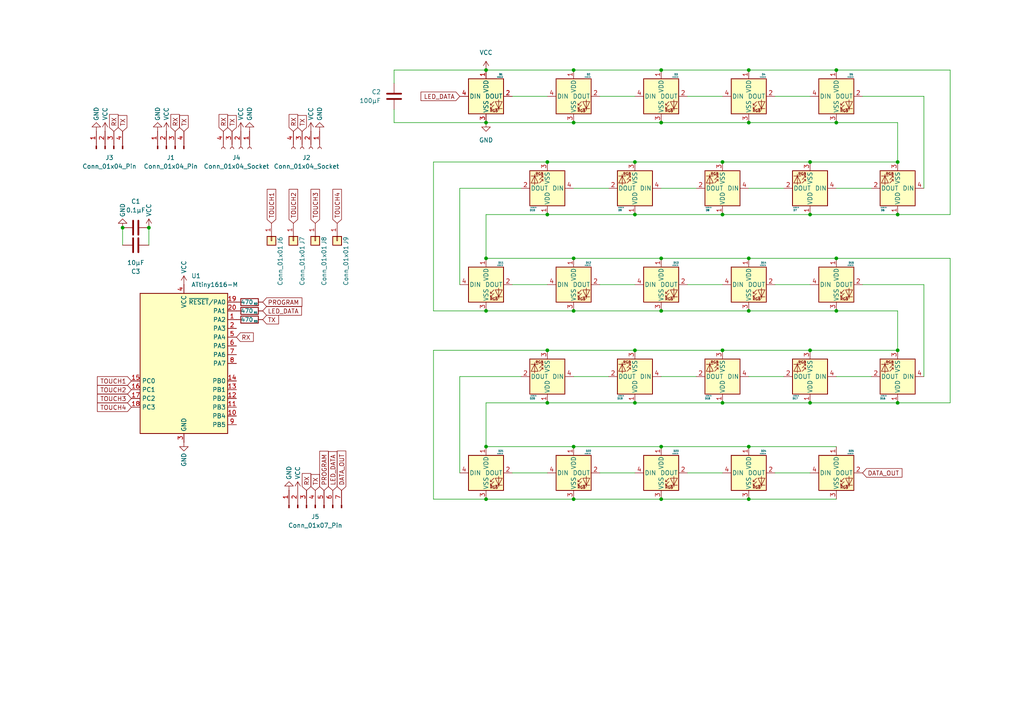
<source format=kicad_sch>
(kicad_sch (version 20250114) (generator "eeschema") (generator_version "9.0")
  (paper "A4")
  (title_block (title "cheetoTile") (company "cheeto industries") (comment 1 "its a cheeto! its a tile!"))
  (lib_symbols
    (symbol "Connector:Conn_01x04_Pin" (pin_names (offset 1.016) (hide yes))
      (property "Reference" "J" (at 0 5.08 0))
      (property "Value" "Conn_01x04_Pin" (at 0 -7.62 0))
      (symbol "Conn_01x04_Pin_1_1"
        (rectangle (start 0.8636 2.667) (end 0 2.413) (stroke (width 0.1524)) (fill (type outline)))
        (rectangle (start 0.8636 0.127) (end 0 -0.127) (stroke (width 0.1524)) (fill (type outline)))
        (rectangle (start 0.8636 -2.413) (end 0 -2.667) (stroke (width 0.1524)) (fill (type outline)))
        (rectangle (start 0.8636 -4.953) (end 0 -5.207) (stroke (width 0.1524)) (fill (type outline)))
        (polyline (pts (xy 1.27 2.54) (xy 0.8636 2.54)) (stroke (width 0.1524)))
        (polyline (pts (xy 1.27 0) (xy 0.8636 0)) (stroke (width 0.1524)))
        (polyline (pts (xy 1.27 -2.54) (xy 0.8636 -2.54)) (stroke (width 0.1524)))
        (polyline (pts (xy 1.27 -5.08) (xy 0.8636 -5.08)) (stroke (width 0.1524)))
        (pin passive line (at 5.08 2.54 180) (length 3.81) (name "Pin_1") (number "1"))
        (pin passive line (at 5.08 0 180) (length 3.81) (name "Pin_2") (number "2"))
        (pin passive line (at 5.08 -2.54 180) (length 3.81) (name "Pin_3") (number "3"))
        (pin passive line (at 5.08 -5.08 180) (length 3.81) (name "Pin_4") (number "4"))
      )
    )
    (symbol "Connector:Conn_01x04_Socket" (pin_names (offset 1.016) (hide yes))
      (property "Reference" "J" (at 0 5.08 0))
      (property "Value" "Conn_01x04_Socket" (at 0 -7.62 0))
      (symbol "Conn_01x04_Socket_1_1"
        (polyline (pts (xy -1.27 2.54) (xy -0.508 2.54)) (stroke (width 0.1524)))
        (polyline (pts (xy -1.27 0) (xy -0.508 0)) (stroke (width 0.1524)))
        (polyline (pts (xy -1.27 -2.54) (xy -0.508 -2.54)) (stroke (width 0.1524)))
        (polyline (pts (xy -1.27 -5.08) (xy -0.508 -5.08)) (stroke (width 0.1524)))
        (arc (start 0 2.032) (mid -0.5058 2.54) (end 0 3.048) (stroke (width 0.1524)))
        (arc (start 0 -0.508) (mid -0.5058 0) (end 0 0.508) (stroke (width 0.1524)))
        (arc (start 0 -3.048) (mid -0.5058 -2.54) (end 0 -2.032) (stroke (width 0.1524)))
        (arc (start 0 -5.588) (mid -0.5058 -5.08) (end 0 -4.572) (stroke (width 0.1524)))
        (pin passive line (at -5.08 2.54 0) (length 3.81) (name "Pin_1") (number "1"))
        (pin passive line (at -5.08 0 0) (length 3.81) (name "Pin_2") (number "2"))
        (pin passive line (at -5.08 -2.54 0) (length 3.81) (name "Pin_3") (number "3"))
        (pin passive line (at -5.08 -5.08 0) (length 3.81) (name "Pin_4") (number "4"))
      )
    )
    (symbol "Connector:Conn_01x07_Pin" (pin_names (offset 1.016) (hide yes))
      (property "Reference" "J" (at 0 10.16 0))
      (property "Value" "Conn_01x07_Pin" (at 0 -10.16 0))
      (symbol "Conn_01x07_Pin_1_1"
        (rectangle (start 0.8636 7.747) (end 0 7.493) (stroke (width 0.1524)) (fill (type outline)))
        (rectangle (start 0.8636 5.207) (end 0 4.953) (stroke (width 0.1524)) (fill (type outline)))
        (rectangle (start 0.8636 2.667) (end 0 2.413) (stroke (width 0.1524)) (fill (type outline)))
        (rectangle (start 0.8636 0.127) (end 0 -0.127) (stroke (width 0.1524)) (fill (type outline)))
        (rectangle (start 0.8636 -2.413) (end 0 -2.667) (stroke (width 0.1524)) (fill (type outline)))
        (rectangle (start 0.8636 -4.953) (end 0 -5.207) (stroke (width 0.1524)) (fill (type outline)))
        (rectangle (start 0.8636 -7.493) (end 0 -7.747) (stroke (width 0.1524)) (fill (type outline)))
        (polyline (pts (xy 1.27 7.62) (xy 0.8636 7.62)) (stroke (width 0.1524)))
        (polyline (pts (xy 1.27 5.08) (xy 0.8636 5.08)) (stroke (width 0.1524)))
        (polyline (pts (xy 1.27 2.54) (xy 0.8636 2.54)) (stroke (width 0.1524)))
        (polyline (pts (xy 1.27 0) (xy 0.8636 0)) (stroke (width 0.1524)))
        (polyline (pts (xy 1.27 -2.54) (xy 0.8636 -2.54)) (stroke (width 0.1524)))
        (polyline (pts (xy 1.27 -5.08) (xy 0.8636 -5.08)) (stroke (width 0.1524)))
        (polyline (pts (xy 1.27 -7.62) (xy 0.8636 -7.62)) (stroke (width 0.1524)))
        (pin passive line (at 5.08 7.62 180) (length 3.81) (name "Pin_1") (number "1"))
        (pin passive line (at 5.08 5.08 180) (length 3.81) (name "Pin_2") (number "2"))
        (pin passive line (at 5.08 2.54 180) (length 3.81) (name "Pin_3") (number "3"))
        (pin passive line (at 5.08 0 180) (length 3.81) (name "Pin_4") (number "4"))
        (pin passive line (at 5.08 -2.54 180) (length 3.81) (name "Pin_5") (number "5"))
        (pin passive line (at 5.08 -5.08 180) (length 3.81) (name "Pin_6") (number "6"))
        (pin passive line (at 5.08 -7.62 180) (length 3.81) (name "Pin_7") (number "7"))
      )
    )
    (symbol "Connector_Generic:Conn_01x01" (pin_names (offset 1.016) (hide yes))
      (property "Reference" "J" (at 0 2.54 0))
      (property "Value" "Conn_01x01" (at 0 -2.54 0))
      (symbol "Conn_01x01_1_1"
        (rectangle (start -1.27 1.27) (end 1.27 -1.27) (stroke (width 0.254)) (fill (type background)))
        (rectangle (start -1.27 0.127) (end 0 -0.127) (stroke (width 0.1524)))
        (pin passive line (at -5.08 0 0) (length 3.81) (name "Pin_1") (number "1"))
      )
    )
    (symbol "Device:C" (pin_numbers (hide yes)) (pin_names (offset 0.254))
      (property "Reference" "C" (at 0.635 2.54 0))
      (property "Value" "C" (at 0.635 -2.54 0))
      (symbol "C_0_1"
        (polyline (pts (xy -2.032 0.762) (xy 2.032 0.762)) (stroke (width 0.508)))
        (polyline (pts (xy -2.032 -0.762) (xy 2.032 -0.762)) (stroke (width 0.508)))
      )
      (symbol "C_1_1"
        (pin passive line (at 0 3.81 270) (length 2.794) (name "~") (number "1"))
        (pin passive line (at 0 -3.81 90) (length 2.794) (name "~") (number "2"))
      )
    )
    (symbol "Device:R" (pin_numbers (hide yes)) (pin_names (offset 0))
      (property "Reference" "R" (at 2.032 0 90))
      (property "Value" "R" (at 0 0 90))
      (symbol "R_0_1"
        (rectangle (start -1.016 -2.54) (end 1.016 2.54) (stroke (width 0.254)))
      )
      (symbol "R_1_1"
        (pin passive line (at 0 3.81 270) (length 1.27) (name "~") (number "1"))
        (pin passive line (at 0 -3.81 90) (length 1.27) (name "~") (number "2"))
      )
    )
    (symbol "LED:WS2812B" (pin_names (offset 0.254))
      (property "Reference" "D" (at 5.08 5.715 0))
      (property "Value" "WS2812B" (at 1.27 -5.715 0))
      (symbol "WS2812B_0_0"
        (text "RGB" (at 2.286 -4.191 0) (effects (font (size 0.762 0.762))))
      )
      (symbol "WS2812B_0_1"
        (polyline (pts (xy 1.27 -2.54) (xy 1.778 -2.54)))
        (polyline (pts (xy 1.27 -3.556) (xy 1.778 -3.556)))
        (polyline (pts (xy 2.286 -1.524) (xy 1.27 -2.54) (xy 1.27 -2.032)))
        (polyline (pts (xy 2.286 -2.54) (xy 1.27 -3.556) (xy 1.27 -3.048)))
        (polyline (pts (xy 3.683 -1.016) (xy 3.683 -3.556) (xy 3.683 -4.064)))
        (polyline (pts (xy 4.699 -1.524) (xy 2.667 -1.524) (xy 3.683 -3.556) (xy 4.699 -1.524)))
        (polyline (pts (xy 4.699 -3.556) (xy 2.667 -3.556)))
        (rectangle (start 5.08 5.08) (end -5.08 -5.08) (stroke (width 0.254)) (fill (type background)))
      )
      (symbol "WS2812B_1_1"
        (pin input line (at -7.62 0 0) (length 2.54) (name "DIN") (number "4"))
        (pin power_in line (at 0 7.62 270) (length 2.54) (name "VDD") (number "1"))
        (pin power_in line (at 0 -7.62 90) (length 2.54) (name "VSS") (number "3"))
        (pin output line (at 7.62 0 180) (length 2.54) (name "DOUT") (number "2"))
      )
    )
    (symbol "MCU_Microchip_ATtiny:ATtiny1616-M"
      (property "Reference" "U" (at -12.7 21.59 0))
      (property "Value" "ATtiny1616-M" (at 2.54 -21.59 0))
      (symbol "ATtiny1616-M_0_1"
        (rectangle (start -12.7 -20.32) (end 12.7 20.32) (stroke (width 0.254)) (fill (type background)))
      )
      (symbol "ATtiny1616-M_1_1"
        (pin bidirectional line (at -15.24 -5.08 0) (length 2.54) (name "PC0") (number "15"))
        (pin bidirectional line (at -15.24 -7.62 0) (length 2.54) (name "PC1") (number "16"))
        (pin bidirectional line (at -15.24 -10.16 0) (length 2.54) (name "PC2") (number "17"))
        (pin bidirectional line (at -15.24 -12.7 0) (length 2.54) (name "PC3") (number "18"))
        (pin power_in line (at 0 22.86 270) (length 2.54) (name "VCC") (number "4"))
        (pin passive line (at 0 -22.86 90) (length 2.54) (hide yes) (name "GND") (number "21"))
        (pin power_in line (at 0 -22.86 90) (length 2.54) (name "GND") (number "3"))
        (pin bidirectional line (at 15.24 17.78 180) (length 2.54) (name "~{RESET}/PA0") (number "19"))
        (pin bidirectional line (at 15.24 15.24 180) (length 2.54) (name "PA1") (number "20"))
        (pin bidirectional line (at 15.24 12.7 180) (length 2.54) (name "PA2") (number "1"))
        (pin bidirectional line (at 15.24 10.16 180) (length 2.54) (name "PA3") (number "2"))
        (pin bidirectional line (at 15.24 7.62 180) (length 2.54) (name "PA4") (number "5"))
        (pin bidirectional line (at 15.24 5.08 180) (length 2.54) (name "PA5") (number "6"))
        (pin bidirectional line (at 15.24 2.54 180) (length 2.54) (name "PA6") (number "7"))
        (pin bidirectional line (at 15.24 0 180) (length 2.54) (name "PA7") (number "8"))
        (pin bidirectional line (at 15.24 -5.08 180) (length 2.54) (name "PB0") (number "14"))
        (pin bidirectional line (at 15.24 -7.62 180) (length 2.54) (name "PB1") (number "13"))
        (pin bidirectional line (at 15.24 -10.16 180) (length 2.54) (name "PB2") (number "12"))
        (pin bidirectional line (at 15.24 -12.7 180) (length 2.54) (name "PB3") (number "11"))
        (pin bidirectional line (at 15.24 -15.24 180) (length 2.54) (name "PB4") (number "10"))
        (pin bidirectional line (at 15.24 -17.78 180) (length 2.54) (name "PB5") (number "9"))
      )
    )
    (symbol "power:GND" (power) (pin_numbers (hide yes)) (pin_names (offset 0) (hide yes))
      (property "Value" "GND" (at 0 -3.81 0))
      (symbol "GND_0_1"
        (polyline (pts (xy 0 0) (xy 0 -1.27) (xy 1.27 -1.27) (xy 0 -2.54) (xy -1.27 -1.27) (xy 0 -1.27)))
      )
      (symbol "GND_1_1"
        (pin power_in line (at 0 0 270) (length 0) (name "~") (number "1"))
      )
    )
    (symbol "power:VCC" (power) (pin_numbers (hide yes)) (pin_names (offset 0) (hide yes))
      (property "Value" "VCC" (at 0 3.556 0))
      (symbol "VCC_0_1"
        (polyline (pts (xy -0.762 1.27) (xy 0 2.54)))
        (polyline (pts (xy 0 2.54) (xy 0.762 1.27)))
        (polyline (pts (xy 0 0) (xy 0 2.54)))
      )
      (symbol "VCC_1_1"
        (pin power_in line (at 0 0 90) (length 0) (name "~") (number "1"))
      )
    )
  )
  (junction (at 158.75 101.6))
  (junction (at 209.55 101.6))
  (junction (at 35.56 66.04))
  (junction (at 191.77 144.78))
  (junction (at 184.15 62.23))
  (junction (at 166.37 35.56))
  (junction (at 43.18 66.04))
  (junction (at 191.77 90.17))
  (junction (at 260.35 116.84))
  (junction (at 166.37 90.17))
  (junction (at 234.95 46.99))
  (junction (at 140.97 20.32))
  (junction (at 234.95 116.84))
  (junction (at 260.35 101.6))
  (junction (at 209.55 116.84))
  (junction (at 217.17 20.32))
  (junction (at 209.55 62.23))
  (junction (at 140.97 35.56))
  (junction (at 217.17 74.93))
  (junction (at 242.57 35.56))
  (junction (at 140.97 74.93))
  (junction (at 234.95 101.6))
  (junction (at 158.75 62.23))
  (junction (at 184.15 46.99))
  (junction (at 166.37 144.78))
  (junction (at 217.17 129.54))
  (junction (at 242.57 74.93))
  (junction (at 166.37 74.93))
  (junction (at 260.35 62.23))
  (junction (at 184.15 116.84))
  (junction (at 166.37 129.54))
  (junction (at 158.75 46.99))
  (junction (at 191.77 74.93))
  (junction (at 140.97 129.54))
  (junction (at 242.57 90.17))
  (junction (at 191.77 20.32))
  (junction (at 191.77 35.56))
  (junction (at 158.75 116.84))
  (junction (at 260.35 46.99))
  (junction (at 234.95 62.23))
  (junction (at 191.77 129.54))
  (junction (at 209.55 46.99))
  (junction (at 166.37 20.32))
  (junction (at 140.97 144.78))
  (junction (at 184.15 101.6))
  (junction (at 242.57 20.32))
  (junction (at 217.17 90.17))
  (junction (at 140.97 90.17))
  (junction (at 217.17 35.56))
  (junction (at 217.17 144.78))
  (wire (pts (xy 209.55 46.99) (xy 184.15 46.99)))
  (wire (pts (xy 125.73 144.78) (xy 140.97 144.78)))
  (wire (pts (xy 140.97 90.17) (xy 166.37 90.17)))
  (wire (pts (xy 242.57 74.93) (xy 275.59 74.93)))
  (wire (pts (xy 201.93 109.22) (xy 191.77 109.22)))
  (wire (pts (xy 173.99 82.55) (xy 184.15 82.55)))
  (wire (pts (xy 176.53 109.22) (xy 166.37 109.22)))
  (wire (pts (xy 191.77 74.93) (xy 217.17 74.93)))
  (wire (pts (xy 140.97 35.56) (xy 166.37 35.56)))
  (wire (pts (xy 166.37 144.78) (xy 191.77 144.78)))
  (wire (pts (xy 227.33 109.22) (xy 217.17 109.22)))
  (wire (pts (xy 166.37 20.32) (xy 191.77 20.32)))
  (wire (pts (xy 199.39 137.16) (xy 209.55 137.16)))
  (wire (pts (xy 252.73 109.22) (xy 242.57 109.22)))
  (wire (pts (xy 35.56 66.04) (xy 35.56 71.12)))
  (wire (pts (xy 133.35 54.61) (xy 133.35 82.55)))
  (wire (pts (xy 275.59 116.84) (xy 260.35 116.84)))
  (wire (pts (xy 275.59 62.23) (xy 260.35 62.23)))
  (wire (pts (xy 140.97 20.32) (xy 114.3 20.32)))
  (wire (pts (xy 242.57 35.56) (xy 260.35 35.56)))
  (wire (pts (xy 148.59 137.16) (xy 158.75 137.16)))
  (wire (pts (xy 158.75 62.23) (xy 184.15 62.23)))
  (wire (pts (xy 133.35 109.22) (xy 133.35 137.16)))
  (wire (pts (xy 158.75 62.23) (xy 140.97 62.23)))
  (wire (pts (xy 43.18 66.04) (xy 43.18 71.12)))
  (wire (pts (xy 275.59 20.32) (xy 275.59 62.23)))
  (wire (pts (xy 125.73 46.99) (xy 125.73 90.17)))
  (wire (pts (xy 148.59 82.55) (xy 158.75 82.55)))
  (wire (pts (xy 217.17 74.93) (xy 242.57 74.93)))
  (wire (pts (xy 267.97 82.55) (xy 267.97 109.22)))
  (wire (pts (xy 158.75 116.84) (xy 140.97 116.84)))
  (wire (pts (xy 217.17 144.78) (xy 191.77 144.78)))
  (wire (pts (xy 250.19 27.94) (xy 267.97 27.94)))
  (wire (pts (xy 267.97 27.94) (xy 267.97 54.61)))
  (wire (pts (xy 275.59 74.93) (xy 275.59 116.84)))
  (wire (pts (xy 184.15 62.23) (xy 209.55 62.23)))
  (wire (pts (xy 199.39 82.55) (xy 209.55 82.55)))
  (wire (pts (xy 217.17 90.17) (xy 191.77 90.17)))
  (wire (pts (xy 140.97 129.54) (xy 166.37 129.54)))
  (wire (pts (xy 133.35 109.22) (xy 151.13 109.22)))
  (wire (pts (xy 125.73 101.6) (xy 158.75 101.6)))
  (wire (pts (xy 234.95 62.23) (xy 209.55 62.23)))
  (wire (pts (xy 201.93 54.61) (xy 191.77 54.61)))
  (wire (pts (xy 224.79 137.16) (xy 234.95 137.16)))
  (wire (pts (xy 252.73 54.61) (xy 242.57 54.61)))
  (wire (pts (xy 260.35 35.56) (xy 260.35 46.99)))
  (wire (pts (xy 199.39 27.94) (xy 209.55 27.94)))
  (wire (pts (xy 217.17 129.54) (xy 242.57 129.54)))
  (wire (pts (xy 224.79 27.94) (xy 234.95 27.94)))
  (wire (pts (xy 260.35 90.17) (xy 260.35 101.6)))
  (wire (pts (xy 166.37 74.93) (xy 191.77 74.93)))
  (wire (pts (xy 209.55 116.84) (xy 184.15 116.84)))
  (wire (pts (xy 184.15 101.6) (xy 158.75 101.6)))
  (wire (pts (xy 209.55 101.6) (xy 184.15 101.6)))
  (wire (pts (xy 217.17 35.56) (xy 191.77 35.56)))
  (wire (pts (xy 260.35 101.6) (xy 234.95 101.6)))
  (wire (pts (xy 224.79 82.55) (xy 234.95 82.55)))
  (wire (pts (xy 140.97 116.84) (xy 140.97 129.54)))
  (wire (pts (xy 242.57 20.32) (xy 275.59 20.32)))
  (wire (pts (xy 114.3 31.75) (xy 114.3 35.56)))
  (wire (pts (xy 191.77 129.54) (xy 217.17 129.54)))
  (wire (pts (xy 234.95 116.84) (xy 209.55 116.84)))
  (wire (pts (xy 176.53 54.61) (xy 166.37 54.61)))
  (wire (pts (xy 234.95 101.6) (xy 209.55 101.6)))
  (wire (pts (xy 234.95 46.99) (xy 209.55 46.99)))
  (wire (pts (xy 250.19 82.55) (xy 267.97 82.55)))
  (wire (pts (xy 166.37 35.56) (xy 191.77 35.56)))
  (wire (pts (xy 133.35 54.61) (xy 151.13 54.61)))
  (wire (pts (xy 140.97 144.78) (xy 166.37 144.78)))
  (wire (pts (xy 260.35 116.84) (xy 234.95 116.84)))
  (wire (pts (xy 217.17 144.78) (xy 242.57 144.78)))
  (wire (pts (xy 217.17 35.56) (xy 242.57 35.56)))
  (wire (pts (xy 140.97 74.93) (xy 166.37 74.93)))
  (wire (pts (xy 114.3 20.32) (xy 114.3 24.13)))
  (wire (pts (xy 125.73 46.99) (xy 158.75 46.99)))
  (wire (pts (xy 166.37 90.17) (xy 191.77 90.17)))
  (wire (pts (xy 227.33 54.61) (xy 217.17 54.61)))
  (wire (pts (xy 260.35 46.99) (xy 234.95 46.99)))
  (wire (pts (xy 184.15 46.99) (xy 158.75 46.99)))
  (wire (pts (xy 166.37 129.54) (xy 191.77 129.54)))
  (wire (pts (xy 173.99 137.16) (xy 184.15 137.16)))
  (wire (pts (xy 184.15 116.84) (xy 158.75 116.84)))
  (wire (pts (xy 217.17 90.17) (xy 242.57 90.17)))
  (wire (pts (xy 140.97 20.32) (xy 166.37 20.32)))
  (wire (pts (xy 125.73 90.17) (xy 140.97 90.17)))
  (wire (pts (xy 140.97 62.23) (xy 140.97 74.93)))
  (wire (pts (xy 260.35 62.23) (xy 234.95 62.23)))
  (wire (pts (xy 148.59 27.94) (xy 158.75 27.94)))
  (wire (pts (xy 242.57 90.17) (xy 260.35 90.17)))
  (wire (pts (xy 173.99 27.94) (xy 184.15 27.94)))
  (wire (pts (xy 114.3 35.56) (xy 140.97 35.56)))
  (wire (pts (xy 191.77 20.32) (xy 217.17 20.32)))
  (wire (pts (xy 217.17 20.32) (xy 242.57 20.32)))
  (wire (pts (xy 125.73 101.6) (xy 125.73 144.78)))
  (global_label "TOUCH1" (shape input) (at 78.74 64.77 90) (property "Intersheetrefs" "${INTERSHEET_REFS}" (effects (hide yes))))
  (global_label "TX" (shape input) (at 35.56 38.1 90) (property "Intersheetrefs" "${INTERSHEET_REFS}" (effects (hide yes))))
  (global_label "TOUCH4" (shape input) (at 97.79 64.77 90) (property "Intersheetrefs" "${INTERSHEET_REFS}" (effects (hide yes))))
  (global_label "DATA_OUT" (shape input) (at 99.06 142.24 90) (property "Intersheetrefs" "${INTERSHEET_REFS}" (effects (hide yes))))
  (global_label "LED_DATA" (shape input) (at 133.35 27.94 180) (property "Intersheetrefs" "${INTERSHEET_REFS}" (effects (hide yes))))
  (global_label "DATA_OUT" (shape input) (at 250.19 137.16 0) (property "Intersheetrefs" "${INTERSHEET_REFS}" (effects (hide yes))))
  (global_label "TX" (shape input) (at 53.34 38.1 90) (property "Intersheetrefs" "${INTERSHEET_REFS}" (effects (hide yes))))
  (global_label "TOUCH2" (shape input) (at 38.1 113.03 180) (property "Intersheetrefs" "${INTERSHEET_REFS}" (effects (hide yes))))
  (global_label "TOUCH1" (shape input) (at 38.1 110.49 180) (property "Intersheetrefs" "${INTERSHEET_REFS}" (effects (hide yes))))
  (global_label "TX" (shape input) (at 67.31 38.1 90) (property "Intersheetrefs" "${INTERSHEET_REFS}" (effects (hide yes))))
  (global_label "RX" (shape input) (at 85.09 38.1 90) (property "Intersheetrefs" "${INTERSHEET_REFS}" (effects (hide yes))))
  (global_label "TX" (shape input) (at 87.63 38.1 90) (property "Intersheetrefs" "${INTERSHEET_REFS}" (effects (hide yes))))
  (global_label "PROGRAM" (shape input) (at 76.2 87.63 0) (property "Intersheetrefs" "${INTERSHEET_REFS}" (effects (hide yes))))
  (global_label "PROGRAM" (shape input) (at 93.98 142.24 90) (property "Intersheetrefs" "${INTERSHEET_REFS}" (effects (hide yes))))
  (global_label "TX" (shape input) (at 76.2 92.71 0) (property "Intersheetrefs" "${INTERSHEET_REFS}" (effects (hide yes))))
  (global_label "RX" (shape input) (at 88.9 142.24 90) (property "Intersheetrefs" "${INTERSHEET_REFS}" (effects (hide yes))))
  (global_label "TOUCH4" (shape input) (at 38.1 118.11 180) (property "Intersheetrefs" "${INTERSHEET_REFS}" (effects (hide yes))))
  (global_label "RX" (shape input) (at 50.8 38.1 90) (property "Intersheetrefs" "${INTERSHEET_REFS}" (effects (hide yes))))
  (global_label "TOUCH3" (shape input) (at 38.1 115.57 180) (property "Intersheetrefs" "${INTERSHEET_REFS}" (effects (hide yes))))
  (global_label "TX" (shape input) (at 91.44 142.24 90) (property "Intersheetrefs" "${INTERSHEET_REFS}" (effects (hide yes))))
  (global_label "RX" (shape input) (at 64.77 38.1 90) (property "Intersheetrefs" "${INTERSHEET_REFS}" (effects (hide yes))))
  (global_label "RX" (shape input) (at 33.02 38.1 90) (property "Intersheetrefs" "${INTERSHEET_REFS}" (effects (hide yes))))
  (global_label "LED_DATA" (shape input) (at 96.52 142.24 90) (property "Intersheetrefs" "${INTERSHEET_REFS}" (effects (hide yes))))
  (global_label "RX" (shape input) (at 68.58 97.79 0) (property "Intersheetrefs" "${INTERSHEET_REFS}" (effects (hide yes))))
  (global_label "LED_DATA" (shape input) (at 76.2 90.17 0) (property "Intersheetrefs" "${INTERSHEET_REFS}" (effects (hide yes))))
  (global_label "TOUCH2" (shape input) (at 85.09 64.77 90) (property "Intersheetrefs" "${INTERSHEET_REFS}" (effects (hide yes))))
  (global_label "TOUCH3" (shape input) (at 91.44 64.77 90) (property "Intersheetrefs" "${INTERSHEET_REFS}" (effects (hide yes))))
  (symbol (lib_id "Connector_Generic:Conn_01x01") (at 78.74 69.85 270) (unit 1)
    (property "Reference" "J6" (at 81.28 68.5799 0) (effects (justify left)))
    (property "Value" "Conn_01x01" (at 81.28 71.1199 0) (effects (justify left)))
    (property "Footprint" "TestPoint:TestPoint_Pad_1.0x1.0mm" (effects (hide yes)))
    (property "Description" "Generic connector, single row, 01x01, script generated (kicad-library-utils/schlib/autogen/connector/)" (effects (hide yes)))
  )
  (symbol (lib_id "LED:WS2812B") (at 260.35 54.61 180) (unit 1)
    (property "Reference" "D6" (at 256.032 60.96 0) (effects (font (size 0.508 0.508))))
    (property "Value" "WS2812B" (at 256.286 60.198 0) (effects (font (size 0.254 0.254))))
    (property "Footprint" "LED_SMD:LED_WS2812B_PLCC4_5.0x5.0mm_P3.2mm" (effects (hide yes)))
    (property "Datasheet" "https://cdn-shop.adafruit.com/datasheets/WS2812B.pdf" (effects (hide yes)))
    (property "Description" "RGB LED with integrated controller" (effects (hide yes)))
  )
  (symbol (lib_id "Connector_Generic:Conn_01x01") (at 85.09 69.85 270) (unit 1)
    (property "Reference" "J7" (at 87.63 68.5799 0) (effects (justify left)))
    (property "Value" "Conn_01x01" (at 87.63 71.1199 0) (effects (justify left)))
    (property "Footprint" "TestPoint:TestPoint_Pad_1.0x1.0mm" (effects (hide yes)))
    (property "Description" "Generic connector, single row, 01x01, script generated (kicad-library-utils/schlib/autogen/connector/)" (effects (hide yes)))
  )
  (symbol (lib_id "power:VCC") (at 86.36 142.24 0) (unit 1)
    (property "Reference" "#PWR014" (effects (hide yes)))
    (property "Value" "VCC" (at 86.36 137.16 90))
    (property "Description" "Power symbol creates a global label with name \"VCC\"" (effects (hide yes)))
  )
  (symbol (lib_id "Connector_Generic:Conn_01x01") (at 91.44 69.85 270) (unit 1)
    (property "Reference" "J8" (at 93.98 68.5799 0) (effects (justify left)))
    (property "Value" "Conn_01x01" (at 93.98 71.1199 0) (effects (justify left)))
    (property "Footprint" "TestPoint:TestPoint_Pad_1.0x1.0mm" (effects (hide yes)))
    (property "Description" "Generic connector, single row, 01x01, script generated (kicad-library-utils/schlib/autogen/connector/)" (effects (hide yes)))
  )
  (symbol (lib_id "LED:WS2812B") (at 140.97 82.55 0) (unit 1)
    (property "Reference" "D11" (at 145.288 76.2 0) (effects (font (size 0.508 0.508))))
    (property "Value" "WS2812B" (at 145.034 76.962 0) (effects (font (size 0.254 0.254))))
    (property "Footprint" "LED_SMD:LED_WS2812B_PLCC4_5.0x5.0mm_P3.2mm" (effects (hide yes)))
    (property "Datasheet" "https://cdn-shop.adafruit.com/datasheets/WS2812B.pdf" (effects (hide yes)))
    (property "Description" "RGB LED with integrated controller" (effects (hide yes)))
  )
  (symbol (lib_id "Connector_Generic:Conn_01x01") (at 97.79 69.85 270) (unit 1)
    (property "Reference" "J9" (at 100.33 68.5799 0) (effects (justify left)))
    (property "Value" "Conn_01x01" (at 100.33 71.1199 0) (effects (justify left)))
    (property "Footprint" "TestPoint:TestPoint_Pad_1.0x1.0mm" (effects (hide yes)))
    (property "Description" "Generic connector, single row, 01x01, script generated (kicad-library-utils/schlib/autogen/connector/)" (effects (hide yes)))
  )
  (symbol (lib_id "Device:R") (at 72.39 92.71 90) (unit 1)
    (property "Reference" "R3" (at 74.168 93.218 90) (effects (font (size 0.508 0.508))))
    (property "Value" "470" (at 71.628 92.71 90) (effects (font (size 1.2 1.2))))
    (property "Footprint" "Capacitor_SMD:C_0805_2012Metric_Pad1.18x1.45mm_HandSolder" (effects (hide yes)))
    (property "Description" "Resistor" (effects (hide yes)))
  )
  (symbol (lib_id "LED:WS2812B") (at 217.17 27.94 0) (unit 1)
    (property "Reference" "D4" (at 221.488 21.59 0) (effects (font (size 0.508 0.508))))
    (property "Value" "WS2812B" (at 221.234 22.352 0) (effects (font (size 0.254 0.254))))
    (property "Footprint" "LED_SMD:LED_WS2812B_PLCC4_5.0x5.0mm_P3.2mm" (effects (hide yes)))
    (property "Datasheet" "https://cdn-shop.adafruit.com/datasheets/WS2812B.pdf" (effects (hide yes)))
    (property "Description" "RGB LED with integrated controller" (effects (hide yes)))
  )
  (symbol (lib_id "LED:WS2812B") (at 260.35 109.22 180) (unit 1)
    (property "Reference" "D16" (at 256.032 115.57 0) (effects (font (size 0.508 0.508))))
    (property "Value" "WS2812B" (at 256.286 114.808 0) (effects (font (size 0.254 0.254))))
    (property "Footprint" "LED_SMD:LED_WS2812B_PLCC4_5.0x5.0mm_P3.2mm" (effects (hide yes)))
    (property "Datasheet" "https://cdn-shop.adafruit.com/datasheets/WS2812B.pdf" (effects (hide yes)))
    (property "Description" "RGB LED with integrated controller" (effects (hide yes)))
  )
  (symbol (lib_id "power:VCC") (at 90.17 38.1 0) (mirror y) (unit 1)
    (property "Reference" "#PWR05" (effects (hide yes)))
    (property "Value" "VCC" (at 90.17 33.02 90))
    (property "Description" "Power symbol creates a global label with name \"VCC\"" (effects (hide yes)))
  )
  (symbol (lib_id "Connector:Conn_01x04_Pin") (at 48.26 43.18 90) (unit 1)
    (property "Reference" "J1" (at 49.53 45.72 90))
    (property "Value" "Conn_01x04_Pin" (at 49.53 48.26 90))
    (property "Footprint" "Connector_PinHeader_2.54mm:PinHeader_1x04_P2.54mm_Horizontal" (effects (hide yes)))
    (property "Description" "Generic connector, single row, 01x04, script generated" (effects (hide yes)))
  )
  (symbol (lib_id "LED:WS2812B") (at 184.15 109.22 180) (unit 1)
    (property "Reference" "D19" (at 179.832 115.57 0) (effects (font (size 0.508 0.508))))
    (property "Value" "WS2812B" (at 180.086 114.808 0) (effects (font (size 0.254 0.254))))
    (property "Footprint" "LED_SMD:LED_WS2812B_PLCC4_5.0x5.0mm_P3.2mm" (effects (hide yes)))
    (property "Datasheet" "https://cdn-shop.adafruit.com/datasheets/WS2812B.pdf" (effects (hide yes)))
    (property "Description" "RGB LED with integrated controller" (effects (hide yes)))
  )
  (symbol (lib_id "LED:WS2812B") (at 166.37 137.16 0) (unit 1)
    (property "Reference" "D22" (at 170.688 130.81 0) (effects (font (size 0.508 0.508))))
    (property "Value" "WS2812B" (at 170.434 131.572 0) (effects (font (size 0.254 0.254))))
    (property "Footprint" "LED_SMD:LED_WS2812B_PLCC4_5.0x5.0mm_P3.2mm" (effects (hide yes)))
    (property "Datasheet" "https://cdn-shop.adafruit.com/datasheets/WS2812B.pdf" (effects (hide yes)))
    (property "Description" "RGB LED with integrated controller" (effects (hide yes)))
  )
  (symbol (lib_id "LED:WS2812B") (at 166.37 82.55 0) (unit 1)
    (property "Reference" "D12" (at 170.688 76.2 0) (effects (font (size 0.508 0.508))))
    (property "Value" "WS2812B" (at 170.434 76.962 0) (effects (font (size 0.254 0.254))))
    (property "Footprint" "LED_SMD:LED_WS2812B_PLCC4_5.0x5.0mm_P3.2mm" (effects (hide yes)))
    (property "Datasheet" "https://cdn-shop.adafruit.com/datasheets/WS2812B.pdf" (effects (hide yes)))
    (property "Description" "RGB LED with integrated controller" (effects (hide yes)))
  )
  (symbol (lib_id "power:VCC") (at 140.97 20.32 0) (unit 1)
    (property "Reference" "#PWR011" (effects (hide yes)))
    (property "Value" "VCC" (at 140.97 15.24 0))
    (property "Description" "Power symbol creates a global label with name \"VCC\"" (effects (hide yes)))
  )
  (symbol (lib_id "LED:WS2812B") (at 140.97 137.16 0) (unit 1)
    (property "Reference" "D21" (at 145.288 130.81 0) (effects (font (size 0.508 0.508))))
    (property "Value" "WS2812B" (at 145.034 131.572 0) (effects (font (size 0.254 0.254))))
    (property "Footprint" "LED_SMD:LED_WS2812B_PLCC4_5.0x5.0mm_P3.2mm" (effects (hide yes)))
    (property "Datasheet" "https://cdn-shop.adafruit.com/datasheets/WS2812B.pdf" (effects (hide yes)))
    (property "Description" "RGB LED with integrated controller" (effects (hide yes)))
  )
  (symbol (lib_id "LED:WS2812B") (at 158.75 54.61 180) (unit 1)
    (property "Reference" "D10" (at 154.432 60.96 0) (effects (font (size 0.508 0.508))))
    (property "Value" "WS2812B" (at 154.686 60.198 0) (effects (font (size 0.254 0.254))))
    (property "Footprint" "LED_SMD:LED_WS2812B_PLCC4_5.0x5.0mm_P3.2mm" (effects (hide yes)))
    (property "Datasheet" "https://cdn-shop.adafruit.com/datasheets/WS2812B.pdf" (effects (hide yes)))
    (property "Description" "RGB LED with integrated controller" (effects (hide yes)))
  )
  (symbol (lib_id "Device:R") (at 72.39 90.17 90) (unit 1)
    (property "Reference" "R1" (at 74.168 90.678 90) (effects (font (size 0.508 0.508))))
    (property "Value" "470" (at 71.628 90.17 90) (effects (font (size 1.2 1.2))))
    (property "Footprint" "Capacitor_SMD:C_0805_2012Metric_Pad1.18x1.45mm_HandSolder" (effects (hide yes)))
    (property "Description" "Resistor" (effects (hide yes)))
  )
  (symbol (lib_id "LED:WS2812B") (at 242.57 137.16 0) (unit 1)
    (property "Reference" "D25" (at 246.888 130.81 0) (effects (font (size 0.508 0.508))))
    (property "Value" "WS2812B" (at 246.634 131.572 0) (effects (font (size 0.254 0.254))))
    (property "Footprint" "LED_SMD:LED_WS2812B_PLCC4_5.0x5.0mm_P3.2mm" (effects (hide yes)))
    (property "Datasheet" "https://cdn-shop.adafruit.com/datasheets/WS2812B.pdf" (effects (hide yes)))
    (property "Description" "RGB LED with integrated controller" (effects (hide yes)))
  )
  (symbol (lib_id "power:GND") (at 72.39 38.1 0) (mirror x) (unit 1)
    (property "Reference" "#PWR03" (effects (hide yes)))
    (property "Value" "GND" (at 72.39 33.02 90))
    (property "Description" "Power symbol creates a global label with name \"GND\" , ground" (effects (hide yes)))
  )
  (symbol (lib_id "LED:WS2812B") (at 191.77 137.16 0) (unit 1)
    (property "Reference" "D23" (at 196.088 130.81 0) (effects (font (size 0.508 0.508))))
    (property "Value" "WS2812B" (at 195.834 131.572 0) (effects (font (size 0.254 0.254))))
    (property "Footprint" "LED_SMD:LED_WS2812B_PLCC4_5.0x5.0mm_P3.2mm" (effects (hide yes)))
    (property "Datasheet" "https://cdn-shop.adafruit.com/datasheets/WS2812B.pdf" (effects (hide yes)))
    (property "Description" "RGB LED with integrated controller" (effects (hide yes)))
  )
  (symbol (lib_id "power:VCC") (at 43.18 66.04 0) (unit 1)
    (property "Reference" "#PWR016" (effects (hide yes)))
    (property "Value" "VCC" (at 43.18 60.96 90))
    (property "Description" "Power symbol creates a global label with name \"VCC\"" (effects (hide yes)))
  )
  (symbol (lib_id "LED:WS2812B") (at 234.95 109.22 180) (unit 1)
    (property "Reference" "D17" (at 230.632 115.57 0) (effects (font (size 0.508 0.508))))
    (property "Value" "WS2812B" (at 230.886 114.808 0) (effects (font (size 0.254 0.254))))
    (property "Footprint" "LED_SMD:LED_WS2812B_PLCC4_5.0x5.0mm_P3.2mm" (effects (hide yes)))
    (property "Datasheet" "https://cdn-shop.adafruit.com/datasheets/WS2812B.pdf" (effects (hide yes)))
    (property "Description" "RGB LED with integrated controller" (effects (hide yes)))
  )
  (symbol (lib_id "power:VCC") (at 53.34 82.55 0) (unit 1)
    (property "Reference" "#PWR09" (effects (hide yes)))
    (property "Value" "VCC" (at 53.34 77.47 90))
    (property "Description" "Power symbol creates a global label with name \"VCC\"" (effects (hide yes)))
  )
  (symbol (lib_id "LED:WS2812B") (at 242.57 27.94 0) (unit 1)
    (property "Reference" "D5" (at 246.888 21.59 0) (effects (font (size 0.508 0.508))))
    (property "Value" "WS2812B" (at 246.634 22.352 0) (effects (font (size 0.254 0.254))))
    (property "Footprint" "LED_SMD:LED_WS2812B_PLCC4_5.0x5.0mm_P3.2mm" (effects (hide yes)))
    (property "Datasheet" "https://cdn-shop.adafruit.com/datasheets/WS2812B.pdf" (effects (hide yes)))
    (property "Description" "RGB LED with integrated controller" (effects (hide yes)))
  )
  (symbol (lib_id "power:GND") (at 83.82 142.24 180) (unit 1)
    (property "Reference" "#PWR013" (effects (hide yes)))
    (property "Value" "GND" (at 83.82 137.16 90))
    (property "Description" "Power symbol creates a global label with name \"GND\" , ground" (effects (hide yes)))
  )
  (symbol (lib_id "power:VCC") (at 69.85 38.1 0) (mirror y) (unit 1)
    (property "Reference" "#PWR04" (effects (hide yes)))
    (property "Value" "VCC" (at 69.85 33.02 90))
    (property "Description" "Power symbol creates a global label with name \"VCC\"" (effects (hide yes)))
  )
  (symbol (lib_id "LED:WS2812B") (at 191.77 27.94 0) (unit 1)
    (property "Reference" "D3" (at 196.088 21.59 0) (effects (font (size 0.508 0.508))))
    (property "Value" "WS2812B" (at 195.834 22.352 0) (effects (font (size 0.254 0.254))))
    (property "Footprint" "LED_SMD:LED_WS2812B_PLCC4_5.0x5.0mm_P3.2mm" (effects (hide yes)))
    (property "Datasheet" "https://cdn-shop.adafruit.com/datasheets/WS2812B.pdf" (effects (hide yes)))
    (property "Description" "RGB LED with integrated controller" (effects (hide yes)))
  )
  (symbol (lib_id "LED:WS2812B") (at 209.55 109.22 180) (unit 1)
    (property "Reference" "D18" (at 205.232 115.57 0) (effects (font (size 0.508 0.508))))
    (property "Value" "WS2812B" (at 205.486 114.808 0) (effects (font (size 0.254 0.254))))
    (property "Footprint" "LED_SMD:LED_WS2812B_PLCC4_5.0x5.0mm_P3.2mm" (effects (hide yes)))
    (property "Datasheet" "https://cdn-shop.adafruit.com/datasheets/WS2812B.pdf" (effects (hide yes)))
    (property "Description" "RGB LED with integrated controller" (effects (hide yes)))
  )
  (symbol (lib_id "power:GND") (at 27.94 38.1 180) (unit 1)
    (property "Reference" "#PWR02" (effects (hide yes)))
    (property "Value" "GND" (at 27.94 33.02 90))
    (property "Description" "Power symbol creates a global label with name \"GND\" , ground" (effects (hide yes)))
  )
  (symbol (lib_id "LED:WS2812B") (at 217.17 82.55 0) (unit 1)
    (property "Reference" "D14" (at 221.488 76.2 0) (effects (font (size 0.508 0.508))))
    (property "Value" "WS2812B" (at 221.234 76.962 0) (effects (font (size 0.254 0.254))))
    (property "Footprint" "LED_SMD:LED_WS2812B_PLCC4_5.0x5.0mm_P3.2mm" (effects (hide yes)))
    (property "Datasheet" "https://cdn-shop.adafruit.com/datasheets/WS2812B.pdf" (effects (hide yes)))
    (property "Description" "RGB LED with integrated controller" (effects (hide yes)))
  )
  (symbol (lib_id "Connector:Conn_01x04_Pin") (at 30.48 43.18 90) (unit 1)
    (property "Reference" "J3" (at 31.75 45.72 90))
    (property "Value" "Conn_01x04_Pin" (at 31.75 48.26 90))
    (property "Footprint" "Connector_PinHeader_2.54mm:PinHeader_1x04_P2.54mm_Horizontal" (effects (hide yes)))
    (property "Description" "Generic connector, single row, 01x04, script generated" (effects (hide yes)))
  )
  (symbol (lib_id "LED:WS2812B") (at 184.15 54.61 180) (unit 1)
    (property "Reference" "D9" (at 179.832 60.96 0) (effects (font (size 0.508 0.508))))
    (property "Value" "WS2812B" (at 180.086 60.198 0) (effects (font (size 0.254 0.254))))
    (property "Footprint" "LED_SMD:LED_WS2812B_PLCC4_5.0x5.0mm_P3.2mm" (effects (hide yes)))
    (property "Datasheet" "https://cdn-shop.adafruit.com/datasheets/WS2812B.pdf" (effects (hide yes)))
    (property "Description" "RGB LED with integrated controller" (effects (hide yes)))
  )
  (symbol (lib_id "Connector:Conn_01x04_Socket") (at 69.85 43.18 270) (unit 1)
    (property "Reference" "J4" (at 68.58 45.72 90))
    (property "Value" "Conn_01x04_Socket" (at 68.58 48.26 90))
    (property "Footprint" "Connector_PinHeader_2.54mm:PinHeader_1x04_P2.54mm_Horizontal" (effects (hide yes)))
    (property "Description" "Generic connector, single row, 01x04, script generated" (effects (hide yes)))
  )
  (symbol (lib_id "LED:WS2812B") (at 234.95 54.61 180) (unit 1)
    (property "Reference" "D7" (at 230.632 60.96 0) (effects (font (size 0.508 0.508))))
    (property "Value" "WS2812B" (at 230.886 60.198 0) (effects (font (size 0.254 0.254))))
    (property "Footprint" "LED_SMD:LED_WS2812B_PLCC4_5.0x5.0mm_P3.2mm" (effects (hide yes)))
    (property "Datasheet" "https://cdn-shop.adafruit.com/datasheets/WS2812B.pdf" (effects (hide yes)))
    (property "Description" "RGB LED with integrated controller" (effects (hide yes)))
  )
  (symbol (lib_id "LED:WS2812B") (at 242.57 82.55 0) (unit 1)
    (property "Reference" "D15" (at 246.888 76.2 0) (effects (font (size 0.508 0.508))))
    (property "Value" "WS2812B" (at 246.634 76.962 0) (effects (font (size 0.254 0.254))))
    (property "Footprint" "LED_SMD:LED_WS2812B_PLCC4_5.0x5.0mm_P3.2mm" (effects (hide yes)))
    (property "Datasheet" "https://cdn-shop.adafruit.com/datasheets/WS2812B.pdf" (effects (hide yes)))
    (property "Description" "RGB LED with integrated controller" (effects (hide yes)))
  )
  (symbol (lib_id "power:GND") (at 35.56 66.04 180) (unit 1)
    (property "Reference" "#PWR015" (effects (hide yes)))
    (property "Value" "GND" (at 35.56 60.96 90))
    (property "Description" "Power symbol creates a global label with name \"GND\" , ground" (effects (hide yes)))
  )
  (symbol (lib_id "Connector:Conn_01x04_Socket") (at 90.17 43.18 270) (unit 1)
    (property "Reference" "J2" (at 88.9 45.72 90))
    (property "Value" "Conn_01x04_Socket" (at 88.9 48.26 90))
    (property "Footprint" "Connector_PinHeader_2.54mm:PinHeader_1x04_P2.54mm_Horizontal" (effects (hide yes)))
    (property "Description" "Generic connector, single row, 01x04, script generated" (effects (hide yes)))
  )
  (symbol (lib_id "MCU_Microchip_ATtiny:ATtiny1616-M") (at 53.34 105.41 0) (unit 1)
    (property "Reference" "U1" (at 55.4833 80.01 0) (effects (justify left)))
    (property "Value" "ATtiny1616-M" (at 55.4833 82.55 0) (effects (justify left)))
    (property "Footprint" "Package_DFN_QFN:VQFN-20-1EP_3x3mm_P0.4mm_EP1.7x1.7mm" (effects (hide yes)))
    (property "Datasheet" "http://ww1.microchip.com/downloads/en/DeviceDoc/ATtiny3216_ATtiny1616-data-sheet-40001997B.pdf" (effects (hide yes)))
    (property "Description" "20MHz, 16kB Flash, 2kB SRAM, 256B EEPROM, VQFN-20" (effects (hide yes)))
  )
  (symbol (lib_id "Device:R") (at 72.39 87.63 90) (unit 1)
    (property "Reference" "R2" (at 74.168 88.138 90) (effects (font (size 0.508 0.508))))
    (property "Value" "470" (at 71.628 87.63 90) (effects (font (size 1.2 1.2))))
    (property "Footprint" "Capacitor_SMD:C_0805_2012Metric_Pad1.18x1.45mm_HandSolder" (effects (hide yes)))
    (property "Description" "Resistor" (effects (hide yes)))
  )
  (symbol (lib_id "LED:WS2812B") (at 166.37 27.94 0) (unit 1)
    (property "Reference" "D2" (at 170.688 21.59 0) (effects (font (size 0.508 0.508))))
    (property "Value" "WS2812B" (at 170.434 22.352 0) (effects (font (size 0.254 0.254))))
    (property "Footprint" "LED_SMD:LED_WS2812B_PLCC4_5.0x5.0mm_P3.2mm" (effects (hide yes)))
    (property "Datasheet" "https://cdn-shop.adafruit.com/datasheets/WS2812B.pdf" (effects (hide yes)))
    (property "Description" "RGB LED with integrated controller" (effects (hide yes)))
  )
  (symbol (lib_id "LED:WS2812B") (at 209.55 54.61 180) (unit 1)
    (property "Reference" "D8" (at 205.232 60.96 0) (effects (font (size 0.508 0.508))))
    (property "Value" "WS2812B" (at 205.486 60.198 0) (effects (font (size 0.254 0.254))))
    (property "Footprint" "LED_SMD:LED_WS2812B_PLCC4_5.0x5.0mm_P3.2mm" (effects (hide yes)))
    (property "Datasheet" "https://cdn-shop.adafruit.com/datasheets/WS2812B.pdf" (effects (hide yes)))
    (property "Description" "RGB LED with integrated controller" (effects (hide yes)))
  )
  (symbol (lib_id "Device:C") (at 39.37 66.04 90) (unit 1)
    (property "Reference" "C1" (at 39.37 58.42 90))
    (property "Value" "0.1 µF" (at 39.37 60.96 90))
    (property "Footprint" "Capacitor_SMD:C_0805_2012Metric_Pad1.18x1.45mm_HandSolder" (effects (hide yes)))
    (property "Description" "Unpolarized capacitor" (effects (hide yes)))
  )
  (symbol (lib_id "power:GND") (at 45.72 38.1 180) (unit 1)
    (property "Reference" "#PWR07" (effects (hide yes)))
    (property "Value" "GND" (at 45.72 33.02 90))
    (property "Description" "Power symbol creates a global label with name \"GND\" , ground" (effects (hide yes)))
  )
  (symbol (lib_id "power:VCC") (at 48.26 38.1 0) (unit 1)
    (property "Reference" "#PWR08" (effects (hide yes)))
    (property "Value" "VCC" (at 48.26 33.02 90))
    (property "Description" "Power symbol creates a global label with name \"VCC\"" (effects (hide yes)))
  )
  (symbol (lib_id "LED:WS2812B") (at 217.17 137.16 0) (unit 1)
    (property "Reference" "D24" (at 221.488 130.81 0) (effects (font (size 0.508 0.508))))
    (property "Value" "WS2812B" (at 221.234 131.572 0) (effects (font (size 0.254 0.254))))
    (property "Footprint" "LED_SMD:LED_WS2812B_PLCC4_5.0x5.0mm_P3.2mm" (effects (hide yes)))
    (property "Datasheet" "https://cdn-shop.adafruit.com/datasheets/WS2812B.pdf" (effects (hide yes)))
    (property "Description" "RGB LED with integrated controller" (effects (hide yes)))
  )
  (symbol (lib_id "power:GND") (at 140.97 35.56 0) (unit 1)
    (property "Reference" "#PWR012" (effects (hide yes)))
    (property "Value" "GND" (at 140.97 40.64 0))
    (property "Description" "Power symbol creates a global label with name \"GND\" , ground" (effects (hide yes)))
  )
  (symbol (lib_id "Device:C") (at 114.3 27.94 0) (mirror y) (unit 1)
    (property "Reference" "C2" (at 110.49 26.6699 0) (effects (justify left)))
    (property "Value" "100µF" (at 110.49 29.2099 0) (effects (justify left)))
    (property "Footprint" "Capacitor_SMD:C_1206_3216Metric_Pad1.33x1.80mm_HandSolder" (effects (hide yes)))
    (property "Description" "Unpolarized capacitor" (effects (hide yes)))
  )
  (symbol (lib_id "power:VCC") (at 30.48 38.1 0) (unit 1)
    (property "Reference" "#PWR01" (effects (hide yes)))
    (property "Value" "VCC" (at 30.48 33.02 90))
    (property "Description" "Power symbol creates a global label with name \"VCC\"" (effects (hide yes)))
  )
  (symbol (lib_id "power:GND") (at 53.34 128.27 0) (unit 1)
    (property "Reference" "#PWR010" (effects (hide yes)))
    (property "Value" "GND" (at 53.34 133.35 90))
    (property "Description" "Power symbol creates a global label with name \"GND\" , ground" (effects (hide yes)))
  )
  (symbol (lib_id "Connector:Conn_01x07_Pin") (at 91.44 147.32 90) (unit 1)
    (property "Reference" "J5" (at 91.44 149.86 90))
    (property "Value" "Conn_01x07_Pin" (at 91.44 152.4 90))
    (property "Footprint" "Connector_PinHeader_2.54mm:PinHeader_1x07_P2.54mm_Vertical" (effects (hide yes)))
    (property "Description" "Generic connector, single row, 01x07, script generated" (effects (hide yes)))
  )
  (symbol (lib_id "LED:WS2812B") (at 140.97 27.94 0) (unit 1)
    (property "Reference" "D1" (at 145.288 21.59 0) (effects (font (size 0.508 0.508))))
    (property "Value" "WS2812B" (at 145.034 22.352 0) (effects (font (size 0.254 0.254))))
    (property "Footprint" "LED_SMD:LED_WS2812B_PLCC4_5.0x5.0mm_P3.2mm" (effects (hide yes)))
    (property "Datasheet" "https://cdn-shop.adafruit.com/datasheets/WS2812B.pdf" (effects (hide yes)))
    (property "Description" "RGB LED with integrated controller" (effects (hide yes)))
  )
  (symbol (lib_id "LED:WS2812B") (at 191.77 82.55 0) (unit 1)
    (property "Reference" "D13" (at 196.088 76.2 0) (effects (font (size 0.508 0.508))))
    (property "Value" "WS2812B" (at 195.834 76.962 0) (effects (font (size 0.254 0.254))))
    (property "Footprint" "LED_SMD:LED_WS2812B_PLCC4_5.0x5.0mm_P3.2mm" (effects (hide yes)))
    (property "Datasheet" "https://cdn-shop.adafruit.com/datasheets/WS2812B.pdf" (effects (hide yes)))
    (property "Description" "RGB LED with integrated controller" (effects (hide yes)))
  )
  (symbol (lib_id "Device:C") (at 39.37 71.12 90) (mirror x) (unit 1)
    (property "Reference" "C3" (at 39.37 78.74 90))
    (property "Value" "10µF" (at 39.37 76.2 90))
    (property "Footprint" "Capacitor_SMD:C_0805_2012Metric_Pad1.18x1.45mm_HandSolder" (effects (hide yes)))
    (property "Description" "Unpolarized capacitor" (effects (hide yes)))
  )
  (symbol (lib_id "LED:WS2812B") (at 158.75 109.22 180) (unit 1)
    (property "Reference" "D20" (at 154.432 115.57 0) (effects (font (size 0.508 0.508))))
    (property "Value" "WS2812B" (at 154.686 114.808 0) (effects (font (size 0.254 0.254))))
    (property "Footprint" "LED_SMD:LED_WS2812B_PLCC4_5.0x5.0mm_P3.2mm" (effects (hide yes)))
    (property "Datasheet" "https://cdn-shop.adafruit.com/datasheets/WS2812B.pdf" (effects (hide yes)))
    (property "Description" "RGB LED with integrated controller" (effects (hide yes)))
  )
  (symbol (lib_id "power:GND") (at 92.71 38.1 0) (mirror x) (unit 1)
    (property "Reference" "#PWR06" (effects (hide yes)))
    (property "Value" "GND" (at 92.71 33.02 90))
    (property "Description" "Power symbol creates a global label with name \"GND\" , ground" (effects (hide yes)))
  )
)
</source>
